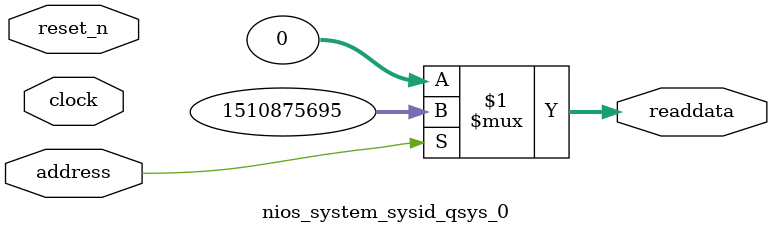
<source format=v>

`timescale 1ns / 1ps
// synthesis translate_on

// turn off superfluous verilog processor warnings 
// altera message_level Level1 
// altera message_off 10034 10035 10036 10037 10230 10240 10030 

module nios_system_sysid_qsys_0 (
               // inputs:
                address,
                clock,
                reset_n,

               // outputs:
                readdata
             )
;

  output  [ 31: 0] readdata;
  input            address;
  input            clock;
  input            reset_n;

  wire    [ 31: 0] readdata;
  //control_slave, which is an e_avalon_slave
  assign readdata = address ? 1510875695 : 0;

endmodule




</source>
